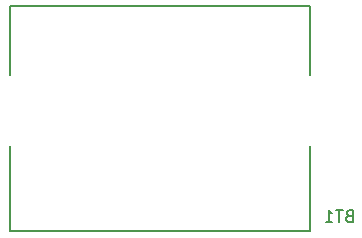
<source format=gbr>
G04 #@! TF.FileFunction,Legend,Bot*
%FSLAX46Y46*%
G04 Gerber Fmt 4.6, Leading zero omitted, Abs format (unit mm)*
G04 Created by KiCad (PCBNEW 4.0.5) date 02/12/17 15:01:25*
%MOMM*%
%LPD*%
G01*
G04 APERTURE LIST*
%ADD10C,0.100000*%
%ADD11C,0.150000*%
%ADD12R,4.400000X4.400000*%
%ADD13R,5.900000X5.900000*%
G04 APERTURE END LIST*
D10*
D11*
X129540000Y-68580000D02*
X129540000Y-87630000D01*
X129540000Y-87630000D02*
X104140000Y-87630000D01*
X104140000Y-87630000D02*
X104140000Y-68580000D01*
X104140000Y-68580000D02*
X129540000Y-68580000D01*
X132865714Y-86288571D02*
X132722857Y-86336190D01*
X132675238Y-86383810D01*
X132627619Y-86479048D01*
X132627619Y-86621905D01*
X132675238Y-86717143D01*
X132722857Y-86764762D01*
X132818095Y-86812381D01*
X133199048Y-86812381D01*
X133199048Y-85812381D01*
X132865714Y-85812381D01*
X132770476Y-85860000D01*
X132722857Y-85907619D01*
X132675238Y-86002857D01*
X132675238Y-86098095D01*
X132722857Y-86193333D01*
X132770476Y-86240952D01*
X132865714Y-86288571D01*
X133199048Y-86288571D01*
X132341905Y-85812381D02*
X131770476Y-85812381D01*
X132056191Y-86812381D02*
X132056191Y-85812381D01*
X130913333Y-86812381D02*
X131484762Y-86812381D01*
X131199048Y-86812381D02*
X131199048Y-85812381D01*
X131294286Y-85955238D01*
X131389524Y-86050476D01*
X131484762Y-86098095D01*
%LPC*%
D12*
X116840000Y-77470000D03*
D13*
X104040000Y-77470000D03*
X129640000Y-77470000D03*
M02*

</source>
